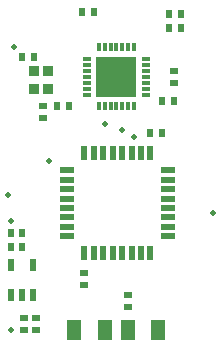
<source format=gtp>
%FSTAX23Y23*%
%MOIN*%
%SFA1B1*%

%IPPOS*%
%ADD11R,0.035433X0.037401*%
%ADD12C,0.019685*%
%ADD13R,0.051181X0.066929*%
%ADD14R,0.023622X0.027559*%
%ADD15R,0.027559X0.023622*%
%ADD16R,0.011811X0.027559*%
%ADD17R,0.137795X0.137795*%
%ADD18R,0.027559X0.011811*%
%ADD19R,0.019685X0.047244*%
%ADD20R,0.047244X0.019685*%
%ADD21R,0.023622X0.043307*%
%LNwol_pcb-1*%
%LPD*%
G54D11*
X00118Y01044D03*
X00165Y00983D03*
Y01044D03*
X00118Y00983D03*
G54D12*
X00452Y00822D03*
X00413Y00846D03*
X00354Y00866D03*
X00169Y00744D03*
X00051Y01122D03*
X00033Y00631D03*
X00716Y0057D03*
X00041Y00543D03*
Y00181D03*
G54D13*
X00251Y00181D03*
X00354D03*
X00433D03*
X00531D03*
G54D14*
X00568Y01232D03*
X00608D03*
X00318Y0124D03*
X00279D03*
X00608Y01185D03*
X00568D03*
X00586Y00944D03*
X00547D03*
X00196Y00925D03*
X00236D03*
X00078Y0109D03*
X00118D03*
X00547Y00838D03*
X00507D03*
X0008Y00456D03*
X00041D03*
X0008Y00503D03*
X00041D03*
G54D15*
X00433Y00295D03*
Y00255D03*
X00586Y01003D03*
Y01043D03*
X00149Y00885D03*
Y00925D03*
X00287Y0033D03*
Y0037D03*
X00127Y0022D03*
Y00181D03*
X00084Y0022D03*
Y00181D03*
G54D16*
X00393Y01122D03*
X00413D03*
X00433D03*
X00452D03*
X00374D03*
X00354D03*
X00334D03*
X00393Y00925D03*
X00374D03*
X00354D03*
X00334D03*
X00413D03*
X00433D03*
X00452D03*
G54D17*
X00393Y01023D03*
G54D18*
X00295Y01023D03*
Y01043D03*
Y01062D03*
Y01082D03*
Y01003D03*
Y00984D03*
Y00964D03*
X00492Y01023D03*
Y01003D03*
Y00984D03*
Y00964D03*
Y01043D03*
Y01062D03*
Y01082D03*
G54D19*
X00507Y00769D03*
X00476D03*
X00444D03*
X00413D03*
X00287D03*
X00318D03*
X0035D03*
X00381D03*
X00287Y00435D03*
X00318D03*
X0035D03*
X00381D03*
X00507D03*
X00476D03*
X00444D03*
X00413D03*
G54D20*
X0023Y00712D03*
Y00681D03*
Y00649D03*
Y00618D03*
Y00492D03*
Y00523D03*
Y00555D03*
Y00586D03*
X00564Y00492D03*
Y00523D03*
Y00555D03*
Y00586D03*
Y00712D03*
Y00681D03*
Y00649D03*
Y00618D03*
G54D21*
X00078Y00295D03*
X00041Y00397D03*
X00116D03*
Y00295D03*
X00041D03*
M02*
</source>
